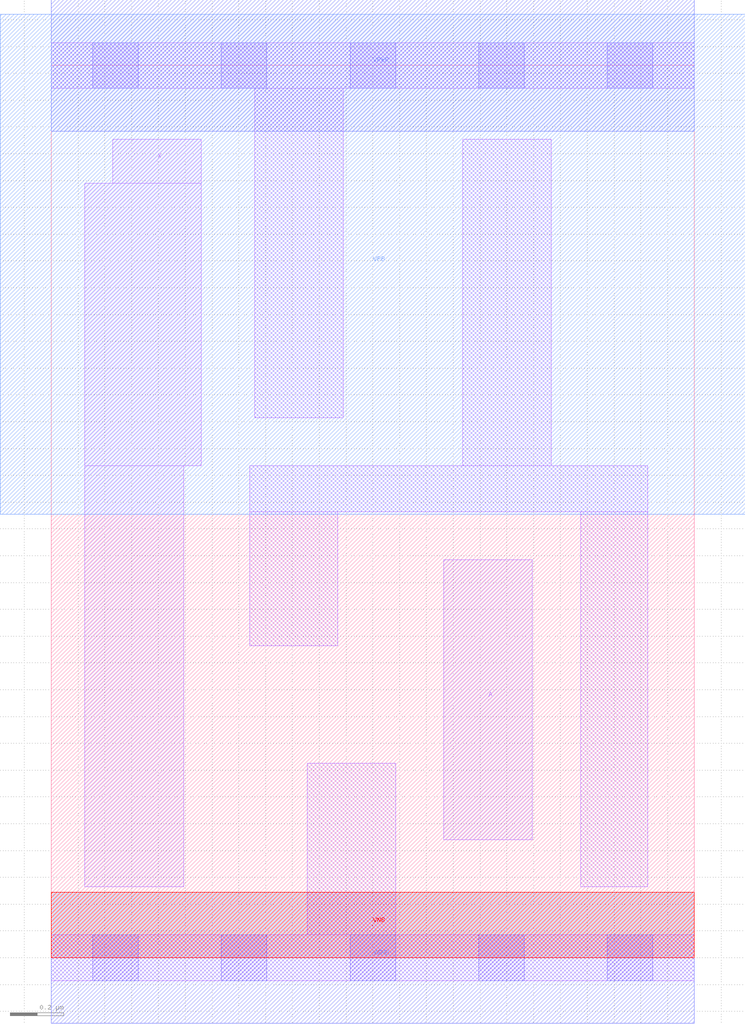
<source format=lef>
# Copyright 2020 The SkyWater PDK Authors
#
# Licensed under the Apache License, Version 2.0 (the "License");
# you may not use this file except in compliance with the License.
# You may obtain a copy of the License at
#
#     https://www.apache.org/licenses/LICENSE-2.0
#
# Unless required by applicable law or agreed to in writing, software
# distributed under the License is distributed on an "AS IS" BASIS,
# WITHOUT WARRANTIES OR CONDITIONS OF ANY KIND, either express or implied.
# See the License for the specific language governing permissions and
# limitations under the License.
#
# SPDX-License-Identifier: Apache-2.0

VERSION 5.7 ;
  NOWIREEXTENSIONATPIN ON ;
  DIVIDERCHAR "/" ;
  BUSBITCHARS "[]" ;
MACRO sky130_fd_sc_lp__buf_lp
  CLASS CORE ;
  FOREIGN sky130_fd_sc_lp__buf_lp ;
  ORIGIN  0.000000  0.000000 ;
  SIZE  2.400000 BY  3.330000 ;
  SYMMETRY X Y R90 ;
  SITE unit ;
  PIN A
    ANTENNAGATEAREA  0.376000 ;
    DIRECTION INPUT ;
    USE SIGNAL ;
    PORT
      LAYER li1 ;
        RECT 1.465000 0.440000 1.795000 1.485000 ;
    END
  END A
  PIN X
    ANTENNADIFFAREA  0.404700 ;
    DIRECTION OUTPUT ;
    USE SIGNAL ;
    PORT
      LAYER li1 ;
        RECT 0.125000 0.265000 0.495000 1.835000 ;
        RECT 0.125000 1.835000 0.560000 2.890000 ;
        RECT 0.230000 2.890000 0.560000 3.055000 ;
    END
  END X
  PIN VGND
    DIRECTION INOUT ;
    USE GROUND ;
    PORT
      LAYER met1 ;
        RECT 0.000000 -0.245000 2.400000 0.245000 ;
    END
  END VGND
  PIN VNB
    DIRECTION INOUT ;
    USE GROUND ;
    PORT
      LAYER pwell ;
        RECT 0.000000 0.000000 2.400000 0.245000 ;
    END
  END VNB
  PIN VPB
    DIRECTION INOUT ;
    USE POWER ;
    PORT
      LAYER nwell ;
        RECT -0.190000 1.655000 2.590000 3.520000 ;
    END
  END VPB
  PIN VPWR
    DIRECTION INOUT ;
    USE POWER ;
    PORT
      LAYER met1 ;
        RECT 0.000000 3.085000 2.400000 3.575000 ;
    END
  END VPWR
  OBS
    LAYER li1 ;
      RECT 0.000000 -0.085000 2.400000 0.085000 ;
      RECT 0.000000  3.245000 2.400000 3.415000 ;
      RECT 0.740000  1.165000 1.070000 1.665000 ;
      RECT 0.740000  1.665000 2.225000 1.835000 ;
      RECT 0.760000  2.015000 1.090000 3.245000 ;
      RECT 0.955000  0.085000 1.285000 0.725000 ;
      RECT 1.535000  1.835000 1.865000 3.055000 ;
      RECT 1.975000  0.265000 2.225000 1.665000 ;
    LAYER mcon ;
      RECT 0.155000 -0.085000 0.325000 0.085000 ;
      RECT 0.155000  3.245000 0.325000 3.415000 ;
      RECT 0.635000 -0.085000 0.805000 0.085000 ;
      RECT 0.635000  3.245000 0.805000 3.415000 ;
      RECT 1.115000 -0.085000 1.285000 0.085000 ;
      RECT 1.115000  3.245000 1.285000 3.415000 ;
      RECT 1.595000 -0.085000 1.765000 0.085000 ;
      RECT 1.595000  3.245000 1.765000 3.415000 ;
      RECT 2.075000 -0.085000 2.245000 0.085000 ;
      RECT 2.075000  3.245000 2.245000 3.415000 ;
  END
END sky130_fd_sc_lp__buf_lp
END LIBRARY

</source>
